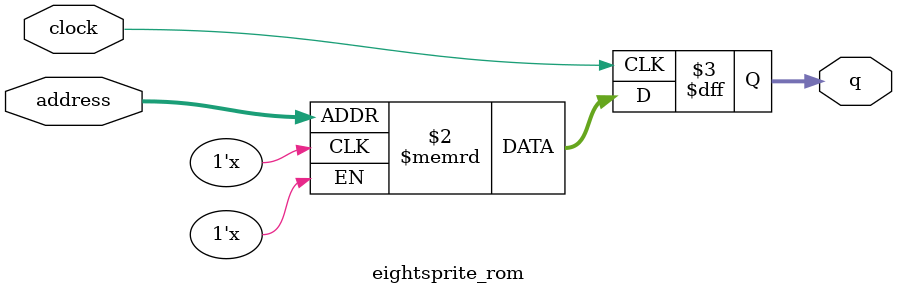
<source format=sv>
module eightsprite_rom (
	input logic clock,
	input logic [7:0] address,
	output logic [3:0] q
);

logic [3:0] memory [0:241] /* synthesis ram_init_file = "./eightsprite/eightsprite.mif" */;

always_ff @ (posedge clock) begin
	q <= memory[address];
end

endmodule

</source>
